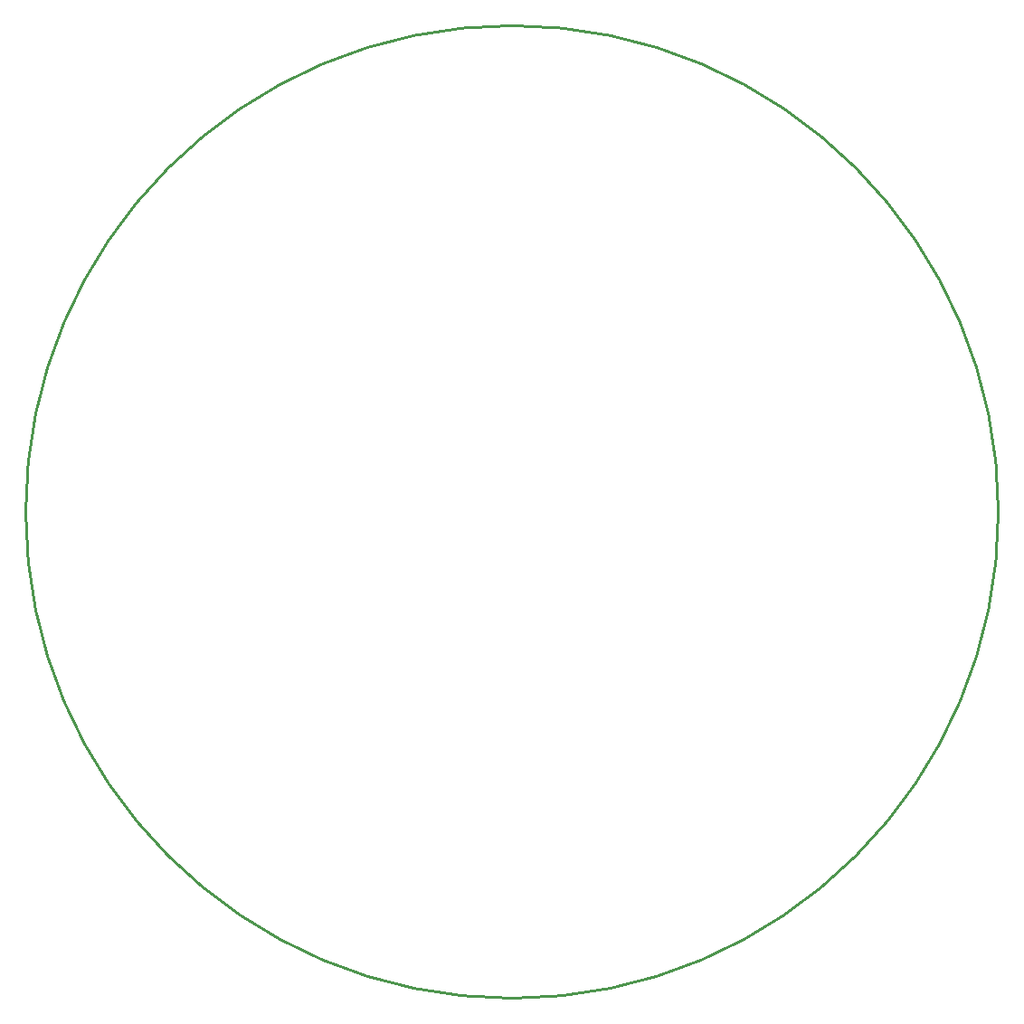
<source format=gko>
G04 Layer: BoardOutline*
G04 EasyEDA v6.4.25, 2021-10-28T21:51:33--4:00*
G04 88f9fe5a47094e6790728aceff35a815,7db2125e4611476bb2993bf99425ef50,10*
G04 Gerber Generator version 0.2*
G04 Scale: 100 percent, Rotated: No, Reflected: No *
G04 Dimensions in inches *
G04 leading zeros omitted , absolute positions ,3 integer and 6 decimal *
%FSLAX36Y36*%
%MOIN*%

%ADD10C,0.0100*%
D10*
G75*
G01
X3082020Y-4230000D02*
G03X3082020Y-4230000I-1792020J0D01*

%LPD*%
M02*

</source>
